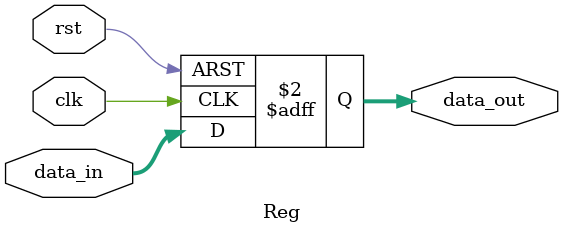
<source format=v>
module Reg(
        input clk,
        input rst,
        input [31:0] data_in,
        output reg [31:0] data_out
    );

    always @(posedge clk or posedge rst) begin
        if (rst) begin
            data_out <= 32'b0;
        end
        else begin
            data_out <= data_in;
        end
    end

endmodule

</source>
